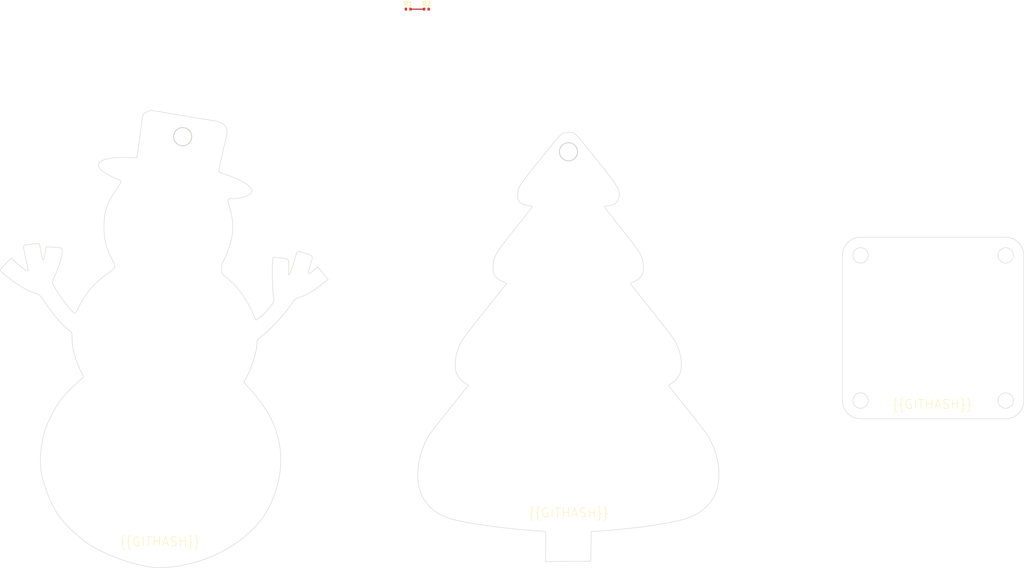
<source format=kicad_pcb>
(kicad_pcb (version 20221018) (generator pcbnew)
  (layers (0 "F.Cu" signal) (31 "B.Cu" signal) (34 "B.Paste" user) (35 "F.Paste" user) (36 "B.SilkS" user "B.Silkscreen") (37 "F.SilkS" user "F.Silkscreen") (38 "B.Mask" user) (39 "F.Mask" user) (44 "Edge.Cuts" user))
  (net 0 "")
  (net 1 "out")
  (net 2 "gnd")
  (net 3 "top")
  (footprint "lib:R0402" (layer "F.Cu") (at 129.9 27.5)
    (fp_text reference "R2" (at 0 -1.17) (layer "F.SilkS"))
    (fp_text value "Chip Resistor - Surface Mount 10Ohms ±5% 1/16W 0402 RoHS")
    (fp_line (start -0.153641 -0.38) (end 0.153641 -0.38) (stroke (width 0.12)) (layer "F.SilkS"))
    (fp_line (start -0.153641 0.38) (end 0.153641 0.38) (stroke (width 0.12)) (layer "F.SilkS"))
    (pad "1" smd roundrect (at -0.51 0) (size 0.54 0.64) (layers "F.Cu" "F.Paste" "F.Mask") (net 1 "out"))
    (pad "2" smd roundrect (at 0.51 0) (size 0.54 0.64) (layers "F.Cu" "F.Paste" "F.Mask") (net 2 "gnd"))
  )
  (footprint "lib:R0402" (layer "F.Cu") (at 125.89 27.5)
    (fp_text reference "R1" (at 0 -1.17) (layer "F.SilkS"))
    (fp_text value "Chip Resistor - Surface Mount 10Ohms ±5% 1/16W 0402 RoHS")
    (fp_line (start -0.153641 -0.38) (end 0.153641 -0.38) (stroke (width 0.12)) (layer "F.SilkS"))
    (fp_line (start -0.153641 0.38) (end 0.153641 0.38) (stroke (width 0.12)) (layer "F.SilkS"))
    (pad "1" smd roundrect (at -0.51 0) (size 0.54 0.64) (layers "F.Cu" "F.Paste" "F.Mask") (net 3 "top"))
    (pad "2" smd roundrect (at 0.51 0) (size 0.54 0.64) (layers "F.Cu" "F.Paste" "F.Mask") (net 1 "out"))
  )
  (gr_circle (center 225.62 81.79) (end 227.32 81.79) (stroke (width 0.1)) (fill none) (layer "Edge.Cuts"))
  (gr_circle (center 257.62 113.79) (end 259.32 113.79) (stroke (width 0.1)) (fill none) (layer "Edge.Cuts"))
  (gr_circle (center 257.62 81.79) (end 259.32 81.79) (stroke (width 0.1)) (fill none) (layer "Edge.Cuts"))
  (gr_poly (pts (xy 75.142222 50.797022) (xy 79.756606 51.568267) (xy 82.366969 51.99203) (xy 83.019066 52.095762) (xy 83.303876 52.146979) (xy 83.563537 52.198618) (xy 83.799806 52.251323) (xy 84.01444 52.305736) (xy 84.209196 52.362498) (xy 84.385831 52.422252) (xy 84.546102 52.485641) (xy 84.691766 52.553306) (xy 84.824581 52.62589) (xy 84.946303 52.704035) (xy 85.05869 52.788383) (xy 85.163499 52.879577) (xy 85.262486 52.978258) (xy 85.357409 53.08507) (xy 85.479286 53.234958) (xy 85.586233 53.378736) (xy 85.634185 53.44915) (xy 85.678498 53.519015) (xy 85.719202 53.588656) (xy 85.75633 53.658402) (xy 85.789911 53.728576) (xy 85.819976 53.799506) (xy 85.846558 53.871517) (xy 85.869686 53.944936) (xy 85.889392 54.020089) (xy 85.905707 54.097301) (xy 85.918662 54.176899) (xy 85.928287 54.259209) (xy 85.934615 54.344557) (xy 85.937675 54.433269) (xy 85.937499 54.525672) (xy 85.934119 54.62209) (xy 85.927564 54.722851) (xy 85.917866 54.82828) (xy 85.889166 55.054449) (xy 85.848266 55.303204) (xy 85.795414 55.577155) (xy 85.730859 55.878909) (xy 85.654849 56.211077) (xy 84.878546 59.55341) (xy 84.657875 60.550977) (xy 84.450892 61.532488) (xy 84.331406 62.116419) (xy 84.229648 62.629765) (xy 84.15639 63.017063) (xy 84.122409 63.222849) (xy 84.123062 63.236814) (xy 84.127967 63.251873) (xy 84.137065 63.268001) (xy 84.150302 63.285171) (xy 84.167619 63.303357) (xy 84.188962 63.322534) (xy 84.214273 63.342674) (xy 84.243497 63.363751) (xy 84.313454 63.408613) (xy 84.398381 63.456909) (xy 84.497828 63.50843) (xy 84.611342 63.562966) (xy 84.738473 63.620306) (xy 84.878767 63.680241) (xy 85.031775 63.742561) (xy 85.197043 63.807056) (xy 85.374121 63.873515) (xy 85.562558 63.94173) (xy 85.7619 64.011489) (xy 85.971698 64.082583) (xy 86.585981 64.296029) (xy 87.172975 64.516947) (xy 87.730729 64.744054) (xy 88.257293 64.976069) (xy 88.75072 65.211708) (xy 89.209058 65.449689) (xy 89.63036 65.68873) (xy 90.012676 65.927548) (xy 90.354056 66.16486) (xy 90.652552 66.399385) (xy 90.906214 66.629839) (xy 91.113092 66.85494) (xy 91.271238 67.073405) (xy 91.378702 67.283953) (xy 91.412819 67.385857) (xy 91.433535 67.485301) (xy 91.440605 67.582123) (xy 91.433787 67.676165) (xy 91.41712 67.753004) (xy 91.390362 67.829368) (xy 91.35383 67.905131) (xy 91.307839 67.980165) (xy 91.252707 68.054343) (xy 91.188749 68.12754) (xy 91.116281 68.199626) (xy 91.03562 68.270477) (xy 90.947082 68.339964) (xy 90.850984 68.407961) (xy 90.747641 68.47434) (xy 90.637371 68.538975) (xy 90.520488 68.601739) (xy 90.39731 68.662505) (xy 90.268153 68.721145) (xy 90.133332 68.777534) (xy 89.993165 68.831543) (xy 89.847967 68.883047) (xy 89.543745 68.978027) (xy 89.223197 69.06146) (xy 88.888852 69.132329) (xy 88.54324 69.189618) (xy 88.188892 69.232313) (xy 88.009232 69.24787) (xy 87.828337 69.259397) (xy 87.646523 69.266767) (xy 87.464106 69.269854) (xy 87.202959 69.272042) (xy 86.97453 69.277492) (xy 86.777472 69.288473) (xy 86.690288 69.296746) (xy 86.610443 69.307253) (xy 86.537768 69.320276) (xy 86.472096 69.3361) (xy 86.413258 69.355009) (xy 86.361087 69.377285) (xy 86.315414 69.403211) (xy 86.276071 69.433073) (xy 86.24289 69.467154) (xy 86.215703 69.505736) (xy 86.194342 69.549103) (xy 86.178638 69.59754) (xy 86.168424 69.65133) (xy 86.163532 69.710755) (xy 86.163793 69.776101) (xy 86.169039 69.847649) (xy 86.179102 69.925685) (xy 86.193814 70.010491) (xy 86.236514 70.20155) (xy 86.295792 70.423093) (xy 86.370304 70.677389) (xy 86.458705 70.966708) (xy 86.582128 71.384478) (xy 86.694998 71.803093) (xy 86.797211 72.221567) (xy 86.888665 72.638919) (xy 86.969257 73.054166) (xy 87.038885 73.466323) (xy 87.097447 73.874409) (xy 87.144838 74.277439) (xy 87.180958 74.674432) (xy 87.205702 75.064404) (xy 87.21897 75.446371) (xy 87.220657 75.819352) (xy 87.210662 76.182361) (xy 87.188881 76.534418) (xy 87.155212 76.874538) (xy 87.109553 77.201739) (xy 86.986123 77.871628) (xy 86.830027 78.558912) (xy 86.643845 79.255662) (xy 86.430157 79.953949) (xy 86.19154 80.645848) (xy 85.930575 81.323429) (xy 85.649841 81.978766) (xy 85.351916 82.60393) (xy 85.189192 82.938586) (xy 85.118752 83.093315) (xy 85.055229 83.240939) (xy 84.998352 83.382431) (xy 84.947849 83.518761) (xy 84.903447 83.650903) (xy 84.864875 83.779828) (xy 84.831859 83.906506) (xy 84.804129 84.031911) (xy 84.781412 84.157013) (xy 84.763435 84.282785) (xy 84.749927 84.410197) (xy 84.740615 84.540223) (xy 84.735228 84.673833) (xy 84.733493 84.811999) (xy 84.736223 85.129082) (xy 84.741369 85.261496) (xy 84.750575 85.379459) (xy 84.764997 85.485194) (xy 84.774524 85.534172) (xy 84.785789 85.580928) (xy 84.798934 85.625739) (xy 84.814106 85.668884) (xy 84.831447 85.710641) (xy 84.851104 85.751288) (xy 84.873219 85.791103) (xy 84.897937 85.830364) (xy 84.925403 85.869349) (xy 84.955761 85.908337) (xy 84.989155 85.947605) (xy 85.02573 85.987432) (xy 85.109 86.069873) (xy 85.206725 86.157886) (xy 85.320061 86.253696) (xy 85.598185 86.477602) (xy 86.096863 86.886277) (xy 86.577755 87.306529) (xy 87.04138 87.739064) (xy 87.488258 88.184586) (xy 87.918909 88.6438) (xy 88.333852 89.117412) (xy 88.733607 89.606125) (xy 89.118694 90.110646) (xy 89.489632 90.631678) (xy 89.846941 91.169927) (xy 90.19114 91.726098) (xy 90.52275 92.300895) (xy 90.84229 92.895024) (xy 91.150279 93.509189) (xy 91.447237 94.144095) (xy 91.733683 94.800448) (xy 91.84059 95.047283) (xy 91.945802 95.277558) (xy 92.046625 95.486234) (xy 92.140364 95.668271) (xy 92.224324 95.818627) (xy 92.295813 95.932265) (xy 92.326039 95.973739) (xy 92.352136 96.004143) (xy 92.373767 96.022848) (xy 92.382804 96.027616) (xy 92.390597 96.029223) (xy 92.399173 96.028006) (xy 92.410522 96.024397) (xy 92.441219 96.010237) (xy 92.482045 95.987221) (xy 92.53236 95.955824) (xy 92.591521 95.916524) (xy 92.658887 95.869798) (xy 92.815666 95.755976) (xy 92.997564 95.618173) (xy 93.199447 95.460204) (xy 93.416182 95.285885) (xy 93.642634 95.099032) (xy 93.891007 94.882848) (xy 94.141366 94.648628) (xy 94.390948 94.400061) (xy 94.636991 94.140836) (xy 94.87673 93.874641) (xy 95.107403 93.605164) (xy 95.326247 93.336095) (xy 95.530498 93.071122) (xy 95.717394 92.813933) (xy 95.884171 92.568218) (xy 96.028066 92.337665) (xy 96.146316 92.125962) (xy 96.236159 91.936798) (xy 96.294829 91.773863) (xy 96.311612 91.703383) (xy 96.319566 91.640844) (xy 96.318345 91.586706) (xy 96.307605 91.54143) (xy 96.264441 91.378418) (xy 96.221593 91.121805) (xy 96.138989 90.373142) (xy 96.064068 89.386161) (xy 96.001109 88.251583) (xy 95.954389 87.060129) (xy 95.928186 85.902519) (xy 95.926777 84.869474) (xy 95.95444 84.051714) (xy 96.07471 82.177477) (xy 97.36716 82.304781) (xy 98.13507 82.379263) (xy 98.441266 82.413109) (xy 98.700599 82.449744) (xy 98.916803 82.492956) (xy 99.009898 82.518212) (xy 99.09361 82.546534) (xy 99.168406 82.578395) (xy 99.234753 82.614268) (xy 99.293117 82.654627) (xy 99.343964 82.699946) (xy 99.387763 82.750698) (xy 99.424978 82.807357) (xy 99.456076 82.870396) (xy 99.481525 82.94029) (xy 99.501791 83.017511) (xy 99.51734 83.102533) (xy 99.536155 83.297877) (xy 99.541702 83.530109) (xy 99.537716 83.803018) (xy 99.51607 84.486025) (xy 99.501811 85.019341) (xy 99.495778 85.429631) (xy 99.49953 85.727933) (xy 99.505563 85.838537) (xy 99.514626 85.925284) (xy 99.526915 85.989553) (xy 99.542625 86.032723) (xy 99.551823 86.046828) (xy 99.56195 86.056175) (xy 99.573029 86.060938) (xy 99.585085 86.061289) (xy 99.612224 86.049443) (xy 99.643564 86.022019) (xy 99.679299 85.980395) (xy 99.719623 85.925951) (xy 99.770963 85.835961) (xy 99.83738 85.6921) (xy 100.00736 85.267042) (xy 100.213404 84.699332) (xy 100.439353 84.037526) (xy 100.669049 83.330178) (xy 100.886332 82.625845) (xy 101.075044 81.973082) (xy 101.219027 81.420443) (xy 101.232451 81.367288) (xy 101.246658 81.317349) (xy 101.261814 81.270604) (xy 101.278084 81.227032) (xy 101.295634 81.186611) (xy 101.314631 81.149321) (xy 101.33524 81.115138) (xy 101.357628 81.084043) (xy 101.381959 81.056013) (xy 101.4084 81.031027) (xy 101.437117 81.009064) (xy 101.468275 80.990102) (xy 101.502041 80.974119) (xy 101.538581 80.961095) (xy 101.578059 80.951007) (xy 101.620643 80.943835) (xy 101.666497 80.939556) (xy 101.715788 80.938149) (xy 101.768682 80.939594) (xy 101.825345 80.943867) (xy 101.885942 80.950949) (xy 101.950639 80.960817) (xy 102.019603 80.97345) (xy 102.092998 80.988826) (xy 102.170992 81.006924) (xy 102.253749 81.027723) (xy 102.434219 81.077337) (xy 102.635734 81.137495) (xy 102.859622 81.208025) (xy 103.581471 81.438726) (xy 103.868146 81.535185) (xy 104.108644 81.625316) (xy 104.212356 81.669476) (xy 104.305459 81.713816) (xy 104.388264 81.758923) (xy 104.461082 81.805384) (xy 104.524226 81.853787) (xy 104.578006 81.904719) (xy 104.622735 81.958768) (xy 104.658725 82.01652) (xy 104.686285 82.078563) (xy 104.705729 82.145484) (xy 104.717368 82.217871) (xy 104.721513 82.296311) (xy 104.718476 82.381392) (xy 104.708568 82.4737) (xy 104.692102 82.573823) (xy 104.669388 82.682348) (xy 104.606464 82.926954) (xy 104.522289 83.212218) (xy 104.300158 83.92351) (xy 104.076968 84.658354) (xy 103.993442 84.95378) (xy 103.929762 85.203046) (xy 103.886777 85.407528) (xy 103.865337 85.568604) (xy 103.862962 85.633296) (xy 103.866292 85.687652) (xy 103.875434 85.731846) (xy 103.890492 85.766049) (xy 103.911574 85.790433) (xy 103.938786 85.805172) (xy 103.972234 85.810436) (xy 104.012025 85.806398) (xy 104.058263 85.79323) (xy 104.111056 85.771105) (xy 104.236732 85.700671) (xy 104.3899 85.596472) (xy 104.571411 85.459887) (xy 105.02286 85.095065) (xy 105.918216 84.355181) (xy 106.388476 84.86751) (xy 106.496975 84.987739) (xy 106.625318 85.133369) (xy 106.92254 85.478508) (xy 107.242155 85.858286) (xy 107.546176 86.22806) (xy 108.2336 87.076296) (xy 106.72333 88.254687) (xy 106.031007 88.783192) (xy 105.392025 89.245391) (xy 105.089314 89.453516) (xy 104.796071 89.647331) (xy 104.511007 89.827593) (xy 104.232833 89.995056) (xy 103.960259 90.150478) (xy 103.691998 90.294613) (xy 103.426759 90.428217) (xy 103.163254 90.552046) (xy 102.900193 90.666855) (xy 102.636288 90.773401) (xy 102.370249 90.872439) (xy 102.100787 90.964724) (xy 101.955978 91.013649) (xy 101.818902 91.062832) (xy 101.689432 91.112348) (xy 101.567439 91.162273) (xy 101.452795 91.212683) (xy 101.345371 91.263651) (xy 101.245039 91.315254) (xy 101.151671 91.367567) (xy 101.065138 91.420665) (xy 100.985313 91.474624) (xy 100.912065 91.529517) (xy 100.845269 91.585421) (xy 100.784794 91.642412) (xy 100.730512 91.700563) (xy 100.682296 91.759951) (xy 100.640017 91.82065) (xy 100.313962 92.312951) (xy 99.958065 92.82026) (xy 99.575318 93.339289) (xy 99.168711 93.866747) (xy 98.741234 94.399346) (xy 98.295878 94.933795) (xy 97.835635 95.466804) (xy 97.363494 95.995083) (xy 96.882446 96.515343) (xy 96.395482 97.024295) (xy 95.905593 97.518647) (xy 95.415769 97.995111) (xy 94.929002 98.450396) (xy 94.44828 98.881213) (xy 93.976596 99.284272) (xy 93.51694 99.656283) (xy 93.364132 99.777198) (xy 93.228349 99.887118) (xy 93.108601 99.987555) (xy 93.003899 100.080022) (xy 92.913256 100.166032) (xy 92.835682 100.247098) (xy 92.770188 100.324733) (xy 92.741662 100.362737) (xy 92.715786 100.40045) (xy 92.692435 100.438062) (xy 92.671487 100.475762) (xy 92.652817 100.513738) (xy 92.636302 100.552181) (xy 92.621819 100.591279) (xy 92.609244 100.631221) (xy 92.589322 100.714395) (xy 92.575548 100.803215) (xy 92.566934 100.899195) (xy 92.56249 101.003847) (xy 92.561229 101.118685) (xy 92.548214 101.459191) (xy 92.510172 101.840399) (xy 92.448603 102.257479) (xy 92.365007 102.705605) (xy 92.260885 103.179948) (xy 92.137739 103.675679) (xy 91.997068 104.187971) (xy 91.840373 104.711996) (xy 91.669155 105.242926) (xy 91.484915 105.775933) (xy 91.289154 106.306188) (xy 91.083372 106.828864) (xy 90.86907 107.339132) (xy 90.647749 107.832164) (xy 90.420909 108.303133) (xy 90.190051 108.74721) (xy 89.658061 109.729433) (xy 90.799319 111.025652) (xy 91.552256 111.894452) (xy 92.247519 112.726345) (xy 92.887901 113.52649) (xy 93.476195 114.300047) (xy 94.015193 115.052178) (xy 94.507688 115.788042) (xy 94.956473 116.5128) (xy 95.364341 117.231612) (xy 95.734083 117.949638) (xy 96.068493 118.672038) (xy 96.370364 119.403974) (xy 96.642488 120.150605) (xy 96.887657 120.917091) (xy 97.108665 121.708593) (xy 97.308304 122.530271) (xy 97.489367 123.387286) (xy 97.659586 124.435519) (xy 97.764545 125.512723) (xy 97.805707 126.613102) (xy 97.784533 127.73086) (xy 97.702485 128.860202) (xy 97.561026 129.995332) (xy 97.361618 131.130454) (xy 97.105722 132.259774) (xy 96.794801 133.377494) (xy 96.430316 134.47782) (xy 96.01373 135.554956) (xy 95.546505 136.603107) (xy 95.030102 137.616476) (xy 94.465984 138.589268) (xy 93.855613 139.515689) (xy 93.20045 140.389941) (xy 92.386005 141.350273) (xy 91.510226 142.273552) (xy 90.576227 143.158109) (xy 89.587122 144.002278) (xy 88.546024 144.80439) (xy 87.456048 145.562779) (xy 86.320308 146.275777) (xy 85.141916 146.941716) (xy 83.923988 147.558929) (xy 82.669636 148.125749) (xy 81.381976 148.640508) (xy 80.06412 149.101539) (xy 78.719182 149.507174) (xy 77.350277 149.855747) (xy 75.960518 150.145589) (xy 74.553019 150.375033) (xy 73.862872 150.459306) (xy 73.131633 150.525975) (xy 72.383923 150.574372) (xy 71.644361 150.603827) (xy 70.93757 150.613671) (xy 70.288169 150.603235) (xy 69.720779 150.57185) (xy 69.475532 150.548093) (xy 69.26002 150.518847) (xy 69.260051 150.518832) (xy 67.831835 150.262486) (xy 66.416949 149.953785) (xy 65.016193 149.592984) (xy 63.630368 149.180338) (xy 62.260274 148.716103) (xy 60.90671 148.200532) (xy 59.570477 147.633881) (xy 58.252375 147.016405) (xy 57.283074 146.528505) (xy 56.847829 146.298277) (xy 56.438641 146.072324) (xy 56.050351 145.846994) (xy 55.6778 145.618633) (xy 55.315827 145.383588) (xy 54.959273 145.138205) (xy 54.602979 144.87883) (xy 54.241783 144.601811) (xy 53.870528 144.303492) (xy 53.484054 143.980222) (xy 52.644807 143.244211) (xy 51.682765 142.36455) (xy 51.097036 141.804159) (xy 50.54538 141.238954) (xy 50.025658 140.665073) (xy 49.535731 140.078649) (xy 49.07346 139.475819) (xy 48.636705 138.852719) (xy 48.223328 138.205483) (xy 47.831189 137.530249) (xy 47.458149 136.823151) (xy 47.10207 136.080325) (xy 46.760812 135.297907) (xy 46.432236 134.472032) (xy 46.114202 133.598836) (xy 45.804573 132.674455) (xy 45.501208 131.695024) (xy 45.201968 130.656679) (xy 45.078569 130.147371) (xy 44.978794 129.594224) (xy 44.90231 129.00242) (xy 44.848785 128.377144) (xy 44.817886 127.723579) (xy 44.809281 127.046907) (xy 44.822637 126.352311) (xy 44.857621 125.644974) (xy 44.913901 124.93008) (xy 44.991145 124.212811) (xy 45.089019 123.498351) (xy 45.207191 122.791883) (xy 45.345328 122.098589) (xy 45.503099 121.423652) (xy 45.68017 120.772256) (xy 45.876208 120.149584) (xy 46.005143 119.787909) (xy 46.154924 119.401263) (xy 46.508073 118.570286) (xy 46.917749 117.69111) (xy 47.366047 116.79819) (xy 47.83506 115.92598) (xy 48.306883 115.108937) (xy 48.76361 114.381515) (xy 48.980717 114.062179) (xy 49.187335 113.77817) (xy 49.387433 113.519297) (xy 49.599256 113.255538) (xy 50.056372 112.715109) (xy 50.555279 112.160374) (xy 51.092575 111.594824) (xy 51.664855 111.021952) (xy 52.268718 110.445248) (xy 52.900758 109.868205) (xy 53.557574 109.294314) (xy 54.329783 108.634142) (xy 53.616031 107.110232) (xy 53.390001 106.6154) (xy 53.179365 106.128819) (xy 52.984012 105.650049) (xy 52.803829 105.178652) (xy 52.638704 104.71419) (xy 52.488525 104.256224) (xy 52.353181 103.804315) (xy 52.232559 103.358025) (xy 52.126547 102.916915) (xy 52.035034 102.480548) (xy 51.957906 102.048484) (xy 51.895053 101.620284) (xy 51.846363 101.195511) (xy 51.811722 100.773726) (xy 51.79102 100.35449) (xy 51.784144 99.937365) (xy 51.780657 99.620612) (xy 51.776007 99.482669) (xy 51.769161 99.357285) (xy 51.759927 99.243666) (xy 51.748111 99.141014) (xy 51.733519 99.048534) (xy 51.715958 98.96543) (xy 51.695233 98.890904) (xy 51.671153 98.824161) (xy 51.643523 98.764406) (xy 51.612149 98.71084) (xy 51.576839 98.662669) (xy 51.537399 98.619096) (xy 51.493635 98.579325) (xy 51.445353 98.542559) (xy 51.149902 98.324092) (xy 50.839064 98.073347) (xy 50.514896 97.792628) (xy 50.179453 97.484238) (xy 49.834791 97.150482) (xy 49.482966 96.793665) (xy 49.126033 96.41609) (xy 48.766047 96.020062) (xy 48.405065 95.607885) (xy 48.045142 95.181864) (xy 47.688333 94.744302) (xy 47.336694 94.297504) (xy 46.992281 93.843774) (xy 46.657149 93.385417) (xy 46.333354 92.924737) (xy 46.022952 92.464037) (xy 45.611719 91.844971) (xy 45.279782 91.362091) (xy 45.137757 91.165551) (xy 45.008606 90.995655) (xy 44.89001 90.849933) (xy 44.779654 90.725918) (xy 44.675221 90.621143) (xy 44.574392 90.533138) (xy 44.474852 90.459437) (xy 44.374284 90.397571) (xy 44.27037 90.345073) (xy 44.160793 90.299474) (xy 44.043237 90.258307) (xy 43.915385 90.219103) (xy 43.593888 90.117525) (xy 43.255864 89.996009) (xy 42.903268 89.855657) (xy 42.538058 89.697573) (xy 42.162189 89.522858) (xy 41.777618 89.332616) (xy 41.386301 89.127951) (xy 40.990194 88.909964) (xy 40.591254 88.679759) (xy 40.191438 88.438438) (xy 39.792701 88.187105) (xy 39.396999 87.926862) (xy 39.00629 87.658812) (xy 38.622529 87.384058) (xy 38.247673 87.103703) (xy 37.883677 86.81885) (xy 37.49456 86.502783) (xy 37.131548 86.199554) (xy 36.802586 85.916398) (xy 36.515619 85.660548) (xy 36.278593 85.439239) (xy 36.099452 85.259705) (xy 36.034071 85.187865) (xy 35.986141 85.129182) (xy 35.956654 85.08456) (xy 35.946605 85.054903) (xy 35.948192 85.042433) (xy 35.952903 85.026953) (xy 35.971384 84.987332) (xy 36.001425 84.936776) (xy 36.042403 84.876021) (xy 36.093695 84.805804) (xy 36.154681 84.726859) (xy 36.224736 84.639924) (xy 36.303239 84.545735) (xy 36.389567 84.445026) (xy 36.483097 84.338536) (xy 36.689276 84.11115) (xy 36.916796 83.869466) (xy 37.037003 83.745102) (xy 37.160678 83.619372) (xy 38.374759 82.395922) (xy 39.365809 83.301684) (xy 39.814301 83.698656) (xy 40.266196 84.075272) (xy 40.704205 84.419302) (xy 41.111041 84.718514) (xy 41.469414 84.960676) (xy 41.625024 85.056541) (xy 41.762035 85.133557) (xy 41.878286 85.190195) (xy 41.971615 85.224926) (xy 42.039863 85.236222) (xy 42.063905 85.232603) (xy 42.080867 85.222552) (xy 42.085566 85.215268) (xy 42.089233 85.203934) (xy 42.093537 85.169549) (xy 42.093921 85.120268) (xy 42.090523 85.056964) (xy 42.083485 84.98051) (xy 42.072948 84.891778) (xy 42.059051 84.79164) (xy 42.041937 84.68097) (xy 41.998614 84.43152) (xy 41.944105 84.150408) (xy 41.879534 83.844615) (xy 41.806025 83.52112) (xy 41.578977 82.541169) (xy 41.399614 81.732306) (xy 41.265507 81.079136) (xy 41.174225 80.56626) (xy 41.123338 80.17828) (xy 41.112283 80.026315) (xy 41.110416 79.899799) (xy 41.117432 79.796809) (xy 41.133029 79.71542) (xy 41.156901 79.653706) (xy 41.188746 79.609743) (xy 41.213078 79.592846) (xy 41.252556 79.575085) (xy 41.372962 79.537437) (xy 41.541984 79.497733) (xy 41.751641 79.456905) (xy 42.26094 79.37561) (xy 42.837013 79.301016) (xy 43.416018 79.240586) (xy 43.934111 79.201782) (xy 44.150364 79.192822) (xy 44.327447 79.192067) (xy 44.45738 79.20045) (xy 44.532183 79.218905) (xy 44.538527 79.223215) (xy 44.545097 79.229471) (xy 44.551878 79.23762) (xy 44.558855 79.247608) (xy 44.573336 79.272888) (xy 44.588416 79.304879) (xy 44.603974 79.343154) (xy 44.619887 79.387282) (xy 44.636031 79.436835) (xy 44.652284 79.491383) (xy 44.668525 79.550496) (xy 44.684629 79.613746) (xy 44.700475 79.680703) (xy 44.715939 79.750937) (xy 44.7309 79.82402) (xy 44.745234 79.899521) (xy 44.75882 79.977012) (xy 44.771533 80.056063) (xy 44.946351 81.130774) (xy 45.025944 81.564983) (xy 45.101061 81.931234) (xy 45.172253 82.230134) (xy 45.24007 82.462288) (xy 45.305063 82.628302) (xy 45.336673 82.686696) (xy 45.367783 82.728781) (xy 45.398463 82.754634) (xy 45.428781 82.764331) (xy 45.458807 82.757947) (xy 45.488608 82.735557) (xy 45.518254 82.697238) (xy 45.547814 82.643066) (xy 45.606951 82.487462) (xy 45.666568 82.269351) (xy 45.727218 81.98934) (xy 45.78945 81.648032) (xy 45.853816 81.246035) (xy 46.055377 79.918581) (xy 47.417926 79.96628) (xy 48.109143 79.993687) (xy 48.392021 80.009194) (xy 48.636741 80.027435) (xy 48.846051 80.049559) (xy 49.022696 80.076715) (xy 49.169424 80.110051) (xy 49.288982 80.150717) (xy 49.339431 80.174158) (xy 49.384117 80.199861) (xy 49.423385 80.227972) (xy 49.457577 80.258632) (xy 49.487036 80.291987) (xy 49.512107 80.32818) (xy 49.533132 80.367353) (xy 49.550455 80.409652) (xy 49.575367 80.504197) (xy 49.589592 80.612965) (xy 49.595876 80.737105) (xy 49.596965 80.877764) (xy 49.590289 81.099803) (xy 49.571905 81.336737) (xy 49.542029 81.587807) (xy 49.500879 81.852253) (xy 49.448672 82.129318) (xy 49.385623 82.418243) (xy 49.311951 82.718269) (xy 49.227873 83.028637) (xy 49.133604 83.34859) (xy 49.029362 83.677367) (xy 48.915364 84.014212) (xy 48.791827 84.358364) (xy 48.658967 84.709065) (xy 48.517002 85.065558) (xy 48.366148 85.427082) (xy 48.206622 85.792879) (xy 47.949769 86.374791) (xy 47.755997 86.832451) (xy 47.68104 87.021721) (xy 47.619784 87.188367) (xy 47.571537 87.335205) (xy 47.535609 87.465048) (xy 47.511311 87.580709) (xy 47.497952 87.685002) (xy 47.494842 87.78074) (xy 47.501291 87.870737) (xy 47.516609 87.957807) (xy 47.540106 88.044763) (xy 47.571091 88.134418) (xy 47.608874 88.229586) (xy 47.761079 88.551834) (xy 47.975096 88.939463) (xy 48.241913 89.380584) (xy 48.55252 89.863307) (xy 49.269066 90.905997) (xy 50.052651 91.972411) (xy 50.831193 92.967426) (xy 51.196047 93.408433) (xy 51.532609 93.795921) (xy 51.831869 94.117998) (xy 52.084818 94.362774) (xy 52.282443 94.518359) (xy 52.357694 94.558989) (xy 52.415736 94.572863) (xy 52.426811 94.571375) (xy 52.439084 94.56696) (xy 52.452509 94.559691) (xy 52.467041 94.549641) (xy 52.482633 94.536883) (xy 52.499239 94.521489) (xy 52.516813 94.503532) (xy 52.535309 94.483086) (xy 52.574881 94.435018) (xy 52.617586 94.377866) (xy 52.663055 94.312214) (xy 52.710918 94.238646) (xy 52.760808 94.157745) (xy 52.812354 94.070093) (xy 52.865187 93.976276) (xy 52.918939 93.876875) (xy 52.97324 93.772474) (xy 53.02772 93.663657) (xy 53.082012 93.551007) (xy 53.135745 93.435107) (xy 53.405424 92.869327) (xy 53.69623 92.311615) (xy 54.007442 91.76282) (xy 54.338342 91.223792) (xy 54.688208 90.695381) (xy 55.05632 90.178436) (xy 55.441958 89.673808) (xy 55.844402 89.182347) (xy 56.262932 88.704901) (xy 56.696828 88.242322) (xy 57.145369 87.795459) (xy 57.607836 87.365163) (xy 58.083508 86.952281) (xy 58.571665 86.557666) (xy 59.071586 86.182166) (xy 59.582553 85.826632) (xy 59.914962 85.598282) (xy 60.214172 85.3804) (xy 60.477869 85.17504) (xy 60.595674 85.077698) (xy 60.703732 84.984257) (xy 60.801753 84.894974) (xy 60.889447 84.810106) (xy 60.966524 84.72991) (xy 61.032694 84.654642) (xy 61.087669 84.584559) (xy 61.131158 84.519919) (xy 61.162872 84.460977) (xy 61.182521 84.407992) (xy 61.189444 84.378526) (xy 61.194656 84.347449) (xy 61.198136 84.314702) (xy 61.199864 84.280227) (xy 61.197977 84.205863) (xy 61.188829 84.123892) (xy 61.172254 84.033852) (xy 61.148084 83.935279) (xy 61.116154 83.82771) (xy 61.076297 83.71068) (xy 61.028345 83.583727) (xy 60.972134 83.446388) (xy 60.907495 83.298197) (xy 60.834263 83.138693) (xy 60.75227 82.967412) (xy 60.661351 82.783889) (xy 60.561339 82.587662) (xy 60.452067 82.378268) (xy 60.237971 81.961359) (xy 60.041673 81.555601) (xy 59.862568 81.158484) (xy 59.700049 80.767498) (xy 59.553508 80.380135) (xy 59.422339 79.993885) (xy 59.305935 79.60624) (xy 59.203689 79.21469) (xy 59.114995 78.816725) (xy 59.039245 78.409838) (xy 58.975833 77.991518) (xy 58.924151 77.559256) (xy 58.883594 77.110544) (xy 58.853553 76.642872) (xy 58.833423 76.153731) (xy 58.822596 75.640612) (xy 58.82378 75.019765) (xy 58.843433 74.425285) (xy 58.882591 73.854032) (xy 58.942291 73.302869) (xy 59.023569 72.768658) (xy 59.127459 72.248262) (xy 59.255 71.738542) (xy 59.407225 71.236361) (xy 59.585172 70.73858) (xy 59.789877 70.242062) (xy 60.022374 69.743669) (xy 60.283701 69.240263) (xy 60.574893 68.728705) (xy 60.896986 68.205859) (xy 61.251015 67.668586) (xy 61.638018 67.113749) (xy 61.84244 66.825076) (xy 62.020375 66.566593) (xy 62.17201 66.336298) (xy 62.29753 66.132187) (xy 62.397121 65.95226) (xy 62.470968 65.794512) (xy 62.498296 65.72333) (xy 62.519258 65.656942) (xy 62.533877 65.595098) (xy 62.542176 65.537547) (xy 62.544179 65.484039) (xy 62.539908 65.434323) (xy 62.529387 65.388151) (xy 62.512639 65.34527) (xy 62.489688 65.305431) (xy 62.460556 65.268384) (xy 62.425267 65.233878) (xy 62.383844 65.201662) (xy 62.33631 65.171487) (xy 62.282689 65.143103) (xy 62.157276 65.090703) (xy 62.007792 65.042459) (xy 61.834422 64.996371) (xy 61.657986 64.943069) (xy 61.445562 64.862593) (xy 61.203024 64.758325) (xy 60.93625 64.633653) (xy 60.353499 64.336631) (xy 59.744319 63.998608) (xy 59.155721 63.646664) (xy 58.634716 63.307879) (xy 58.414252 63.151884) (xy 58.228316 63.009334) (xy 58.082783 62.883614) (xy 57.983531 62.778109) (xy 57.869943 62.622242) (xy 57.777351 62.470362) (xy 57.705558 62.322559) (xy 57.654369 62.178917) (xy 57.623588 62.039526) (xy 57.613018 61.904471) (xy 57.622463 61.773839) (xy 57.651728 61.647718) (xy 57.700616 61.526195) (xy 57.768931 61.409356) (xy 57.856477 61.297289) (xy 57.963058 61.190081) (xy 58.088479 61.087819) (xy 58.232542 60.99059) (xy 58.395052 60.89848) (xy 58.575812 60.811578) (xy 58.774627 60.72997) (xy 58.991301 60.653743) (xy 59.225638 60.582984) (xy 59.477441 60.51778) (xy 59.746514 60.458218) (xy 60.032661 60.404385) (xy 60.335687 60.356369) (xy 60.655395 60.314256) (xy 60.991589 60.278134) (xy 61.344073 60.248089) (xy 61.712651 60.224208) (xy 62.097127 60.20658) (xy 62.497305 60.195289) (xy 62.912988 60.190424) (xy 63.343981 60.192072) (xy 63.790088 60.20032) (xy 66.056857 60.258219) (xy 66.273486 58.80189) (xy 66.542465 56.891029) (xy 66.884944 54.341891) (xy 67.190183 52.053843) (xy 67.248082 51.679802) (xy 67.303557 51.37005) (xy 67.359078 51.117137) (xy 67.417116 50.913616) (xy 67.48014 50.752035) (xy 67.55062 50.624945) (xy 67.631027 50.524898) (xy 67.72383 50.444442) (xy 67.831501 50.37613) (xy 67.956508 50.312512) (xy 68.268412 50.169558) (xy 69.100734 49.778315)) (stroke (width 0.1)) (fill none) (layer "Edge.Cuts"))
  (gr_arc (start 261.62 113.79) (mid 260.448427 116.618427) (end 257.62 117.79) (stroke (width 0.1)) (layer "Edge.Cuts"))
  (gr_arc (start 225.62 117.79) (mid 222.791573 116.618427) (end 221.62 113.79) (stroke (width 0.1)) (layer "Edge.Cuts"))
  (gr_line (start 261.62 113.79) (end 261.62 81.79) (stroke (width 0.1)) (layer "Edge.Cuts"))
  (gr_circle (center 161.229974 58.946031) (end 163.229974 58.946031) (stroke (width 0.2)) (fill none) (layer "Edge.Cuts"))
  (gr_line (start 221.62 81.79) (end 221.62 113.79) (stroke (width 0.1)) (layer "Edge.Cuts"))
  (gr_arc (start 257.62 77.79) (mid 260.448427 78.961573) (end 261.62 81.79) (stroke (width 0.1)) (layer "Edge.Cuts"))
  (gr_poly (pts (xy 161.429183 54.643361) (xy 161.588699 54.648976) (xy 161.743405 54.660128) (xy 161.8913 54.67685) (xy 162.030385 54.699174) (xy 162.158659 54.727132) (xy 162.274122 54.760758) (xy 162.374774 54.800082) (xy 162.418214 54.822065) (xy 162.465501 54.850416) (xy 162.517128 54.885713) (xy 162.573587 54.928531) (xy 162.702967 55.039035) (xy 162.857578 55.186538) (xy 163.041357 55.37565) (xy 163.258241 55.610981) (xy 163.512165 55.897139) (xy 163.807067 56.238735) (xy 164.146884 56.640378) (xy 164.53555 57.106678) (xy 164.977005 57.642244) (xy 165.475183 58.251687) (xy 166.657456 59.710639) (xy 168.113864 61.520411) (xy 169.490282 63.25197) (xy 170.562092 64.650979) (xy 170.993296 65.243203) (xy 171.359779 65.7732) (xy 171.665351 66.247941) (xy 171.913823 66.674396) (xy 172.109006 67.059535) (xy 172.254708 67.41033) (xy 172.354741 67.733749) (xy 172.412915 68.036764) (xy 172.433041 68.326344) (xy 172.418927 68.609461) (xy 172.374385 68.893084) (xy 172.303226 69.184183) (xy 172.274597 69.278158) (xy 172.242 69.369887) (xy 172.205507 69.459324) (xy 172.165188 69.546423) (xy 172.121114 69.631137) (xy 172.073357 69.713419) (xy 172.021987 69.793223) (xy 171.967076 69.870502) (xy 171.908694 69.945208) (xy 171.846914 70.017296) (xy 171.781806 70.08672) (xy 171.71344 70.153431) (xy 171.641889 70.217383) (xy 171.567223 70.278531) (xy 171.489513 70.336826) (xy 171.408831 70.392223) (xy 171.325247 70.444674) (xy 171.238833 70.494134) (xy 171.14966 70.540554) (xy 171.057799 70.58389) (xy 170.96332 70.624093) (xy 170.866295 70.661118) (xy 170.766796 70.694917) (xy 170.664893 70.725444) (xy 170.560657 70.752652) (xy 170.45416 70.776495) (xy 170.345472 70.796926) (xy 170.234664 70.813898) (xy 170.121809 70.827364) (xy 170.006976 70.837278) (xy 169.890237 70.843593) (xy 169.771663 70.846262) (xy 169.726607 70.847177) (xy 169.681188 70.849133) (xy 169.590479 70.855957) (xy 169.501974 70.8663) (xy 169.418107 70.879728) (xy 169.378675 70.887463) (xy 169.341315 70.895806) (xy 169.306334 70.904703) (xy 169.274034 70.9141) (xy 169.244721 70.923942) (xy 169.218699 70.934176) (xy 169.196272 70.944746) (xy 169.177745 70.955599) (xy 169.171643 70.965792) (xy 169.172154 70.983757) (xy 169.17922 71.009417) (xy 169.192785 71.042693) (xy 169.239181 71.131786) (xy 169.310885 71.250417) (xy 169.407439 71.397965) (xy 169.528385 71.573811) (xy 169.673265 71.777334) (xy 169.841623 72.007915) (xy 170.246938 72.547768) (xy 170.740668 73.18841) (xy 171.319154 73.924882) (xy 171.978732 74.752222) (xy 174.641332 78.093405) (xy 175.537111 79.246786) (xy 176.200008 80.134787) (xy 176.673118 80.816979) (xy 176.99954 81.352933) (xy 177.222371 81.802218) (xy 177.384708 82.224406) (xy 177.462833 82.472098) (xy 177.531331 82.72855) (xy 177.59016 82.991701) (xy 177.639284 83.259489) (xy 177.678662 83.529854) (xy 177.708257 83.800735) (xy 177.728028 84.070071) (xy 177.737937 84.335802) (xy 177.737946 84.595867) (xy 177.728014 84.848205) (xy 177.708104 85.090755) (xy 177.678176 85.321456) (xy 177.638191 85.538248) (xy 177.588111 85.739069) (xy 177.527896 85.92186) (xy 177.457507 86.084559) (xy 177.391656 86.207668) (xy 177.318059 86.327563) (xy 177.236853 86.444134) (xy 177.148173 86.557272) (xy 177.052156 86.666869) (xy 176.948938 86.772814) (xy 176.838657 86.874999) (xy 176.721448 86.973315) (xy 176.597448 87.067652) (xy 176.466794 87.157903) (xy 176.32962 87.243956) (xy 176.186065 87.325705) (xy 176.036265 87.403039) (xy 175.880355 87.475849) (xy 175.718473 87.544027) (xy 175.550754 87.607462) (xy 175.482045 87.632835) (xy 175.415483 87.658969) (xy 175.351405 87.685667) (xy 175.290146 87.712731) (xy 175.23204 87.739963) (xy 175.177423 87.767164) (xy 175.126631 87.794136) (xy 175.079997 87.820681) (xy 175.037859 87.846601) (xy 175.00055 87.871698) (xy 174.968407 87.895773) (xy 174.941764 87.918629) (xy 174.920956 87.940066) (xy 174.90632 87.959888) (xy 174.898189 87.977896) (xy 174.896668 87.986157) (xy 174.8969 87.993891) (xy 174.922027 88.037315) (xy 174.991394 88.135797) (xy 175.25375 88.486297) (xy 176.209258 89.720013) (xy 177.617844 91.508896) (xy 179.333926 93.666804) (xy 181.092323 95.879526) (xy 182.616098 97.817656) (xy 183.742073 99.272256) (xy 184.307071 100.034388) (xy 184.515284 100.360502) (xy 184.7117 100.694247) (xy 184.896111 101.034954) (xy 185.068309 101.381957) (xy 185.228084 101.734588) (xy 185.375229 102.092181) (xy 185.509535 102.454068) (xy 185.630794 102.819582) (xy 185.738797 103.188056) (xy 185.833335 103.558822) (xy 185.914201 103.931214) (xy 185.981186 104.304563) (xy 186.034081 104.678204) (xy 186.072678 105.051468) (xy 186.096768 105.423689) (xy 186.106143 105.794199) (xy 186.105091 106.172735) (xy 186.095928 106.491761) (xy 186.087599 106.633067) (xy 186.076394 106.764426) (xy 186.062032 106.887483) (xy 186.044229 107.003882) (xy 186.022703 107.115265) (xy 185.997171 107.223277) (xy 185.967351 107.329562) (xy 185.932961 107.435763) (xy 185.893716 107.543524) (xy 185.849336 107.654488) (xy 185.744037 107.892603) (xy 185.654537 108.079442) (xy 185.563285 108.257402) (xy 185.469989 108.426825) (xy 185.374358 108.588053) (xy 185.276102 108.741425) (xy 185.174928 108.887283) (xy 185.070547 109.025968) (xy 184.962667 109.15782) (xy 184.850997 109.283181) (xy 184.735246 109.402392) (xy 184.615122 109.515794) (xy 184.490336 109.623727) (xy 184.360596 109.726532) (xy 184.22561 109.824551) (xy 184.085088 109.918125) (xy 183.938739 110.007593) (xy 183.810996 110.084401) (xy 183.691836 110.159793) (xy 183.583867 110.231854) (xy 183.489696 110.298666) (xy 183.41193 110.358313) (xy 183.380014 110.384851) (xy 183.353176 110.408878) (xy 183.331744 110.430155) (xy 183.316042 110.448443) (xy 183.306397 110.463502) (xy 183.303947 110.469746) (xy 183.303134 110.475092) (xy 183.318272 110.503511) (xy 183.362609 110.567965) (xy 183.532916 110.797359) (xy 183.802115 111.148045) (xy 184.158269 111.604794) (xy 185.08369 112.775559) (xy 186.213672 114.187815) (xy 189.362188 118.120691) (xy 190.402126 119.447898) (xy 191.169656 120.462983) (xy 191.727633 121.251467) (xy 192.13891 121.898876) (xy 192.466342 122.490732) (xy 192.772785 123.112559) (xy 193.051147 123.726705) (xy 193.303988 124.346147) (xy 193.531154 124.969731) (xy 193.732492 125.596305) (xy 193.907848 126.224716) (xy 194.05707 126.853811) (xy 194.180003 127.482437) (xy 194.276494 128.109442) (xy 194.346391 128.733673) (xy 194.389538 129.353977) (xy 194.405784 129.969202) (xy 194.394974 130.578194) (xy 194.356955 131.1798) (xy 194.291575 131.772869) (xy 194.198678 132.356247) (xy 194.078113 132.928782) (xy 193.929544 133.476781) (xy 193.74781 134.009233) (xy 193.533455 134.525547) (xy 193.287022 135.025131) (xy 193.009057 135.507395) (xy 192.700103 135.971748) (xy 192.360704 136.4176) (xy 191.991405 136.844359) (xy 191.592749 137.251434) (xy 191.165282 137.638235) (xy 190.709547 138.004171) (xy 190.226087 138.348651) (xy 189.715449 138.671084) (xy 189.178175 138.970879) (xy 188.61481 139.247446) (xy 188.025897 139.500193) (xy 187.387382 139.730873) (xy 186.62691 139.962173) (xy 185.752713 140.192844) (xy 184.773022 140.421641) (xy 182.530085 140.868622) (xy 179.96395 141.293139) (xy 177.140466 141.685214) (xy 174.125485 142.034872) (xy 170.984858 142.332135) (xy 167.784435 142.567026) (xy 166.231372 142.664027) (xy 166.19247 145.936793) (xy 166.153667 149.209559) (xy 161.14812 149.247553) (xy 156.142551 149.285548) (xy 156.211231 145.955256) (xy 156.23825 144.264273) (xy 156.238691 143.682086) (xy 156.22939 143.24944) (xy 156.209575 142.946836) (xy 156.195482 142.838207) (xy 156.178471 142.754778) (xy 156.158445 142.69411) (xy 156.135307 142.653767) (xy 156.108961 142.631312) (xy 156.079311 142.624308) (xy 155.214992 142.57575) (xy 153.588337 142.458798) (xy 151.746032 142.31468) (xy 150.23476 142.184626) (xy 147.951424 141.950142) (xy 145.645248 141.676286) (xy 143.382545 141.373503) (xy 141.229626 141.052239) (xy 139.252805 140.722941) (xy 137.518395 140.396054) (xy 136.092708 140.082025) (xy 135.042056 139.7913) (xy 134.381421 139.556594) (xy 133.752014 139.295735) (xy 133.153989 139.00888) (xy 132.587501 138.696185) (xy 132.052705 138.357807) (xy 131.549756 137.993902) (xy 131.078809 137.604627) (xy 130.64002 137.190138) (xy 130.233542 136.750592) (xy 129.859531 136.286146) (xy 129.518141 135.796955) (xy 129.209529 135.283176) (xy 128.933847 134.744967) (xy 128.691252 134.182482) (xy 128.481899 133.59588) (xy 128.305942 132.985316) (xy 128.169056 132.349397) (xy 128.072975 131.677754) (xy 128.016707 130.975694) (xy 127.999256 130.248525) (xy 128.019631 129.501555) (xy 128.076838 128.740093) (xy 128.169883 127.969445) (xy 128.297773 127.19492) (xy 128.459515 126.421826) (xy 128.654115 125.65547) (xy 128.880581 124.901161) (xy 129.137918 124.164206) (xy 129.425134 123.449914) (xy 129.741235 122.763591) (xy 130.085228 122.110547) (xy 130.456119 121.496088) (xy 130.678839 121.176405) (xy 131.044408 120.681658) (xy 131.533542 120.036727) (xy 132.126955 119.266491) (xy 133.549488 117.449628) (xy 135.157733 115.430109) (xy 139.156955 110.449519) (xy 138.361812 109.926661) (xy 138.191303 109.808793) (xy 138.024907 109.682349) (xy 137.863136 109.547997) (xy 137.706502 109.406407) (xy 137.555518 109.258246) (xy 137.410696 109.104183) (xy 137.27255 108.944887) (xy 137.141591 108.781027) (xy 137.018333 108.613271) (xy 136.903287 108.442289) (xy 136.796967 108.268748) (xy 136.699885 108.093317) (xy 136.612554 107.916666) (xy 136.535485 107.739462) (xy 136.469192 107.562375) (xy 136.414188 107.386072) (xy 136.393025 107.303561) (xy 136.373683 107.213821) (xy 136.356172 107.117074) (xy 136.340506 107.013541) (xy 136.326696 106.903442) (xy 136.314755 106.786999) (xy 136.296527 106.535963) (xy 136.28592 106.262201) (xy 136.28303 105.96748) (xy 136.287955 105.653567) (xy 136.300792 105.32223) (xy 136.322244 104.998512) (xy 136.354436 104.675622) (xy 136.397314 104.353731) (xy 136.450821 104.033012) (xy 136.514903 103.713637) (xy 136.589505 103.395777) (xy 136.67457 103.079605) (xy 136.770045 102.765293) (xy 136.875873 102.453014) (xy 136.991999 102.142939) (xy 137.118369 101.83524) (xy 137.254926 101.53009) (xy 137.401615 101.227661) (xy 137.558383 100.928125) (xy 137.725172 100.631653) (xy 137.901927 100.338419) (xy 138.126212 100.011097) (xy 138.51292 99.483877) (xy 139.040899 98.784161) (xy 139.688993 97.939352) (xy 141.260913 95.92407) (xy 143.059451 93.657252) (xy 146.236175 89.672407) (xy 147.202546 88.449633) (xy 147.557468 87.987986) (xy 147.556054 87.984938) (xy 147.551858 87.980582) (xy 147.535398 87.968089) (xy 147.508643 87.9508) (xy 147.472146 87.929003) (xy 147.372145 87.873051) (xy 147.239832 87.802557) (xy 147.079641 87.719846) (xy 146.896006 87.62724) (xy 146.693363 87.527063) (xy 146.476146 87.421641) (xy 146.164445 87.267635) (xy 146.029652 87.197126) (xy 145.907363 87.129704) (xy 145.796428 87.064435) (xy 145.695696 87.000386) (xy 145.604016 86.936623) (xy 145.520238 86.872216) (xy 145.443212 86.806229) (xy 145.371787 86.737731) (xy 145.304812 86.665788) (xy 145.241137 86.589467) (xy 145.179611 86.507836) (xy 145.119084 86.419962) (xy 145.058406 86.324911) (xy 144.996425 86.221751) (xy 144.936178 86.116882) (xy 144.882127 86.017884) (xy 144.833953 85.923336) (xy 144.791331 85.831816) (xy 144.753942 85.741904) (xy 144.721463 85.652177) (xy 144.693573 85.561215) (xy 144.669949 85.467596) (xy 144.65027 85.3699) (xy 144.634215 85.266704) (xy 144.621462 85.156587) (xy 144.611688 85.038128) (xy 144.604572 84.909906) (xy 144.599793 84.7705) (xy 144.597029 84.618488) (xy 144.595958 84.452448) (xy 144.599628 84.195279) (xy 144.611925 83.944089) (xy 144.633095 83.698112) (xy 144.663381 83.456583) (xy 144.703029 83.218738) (xy 144.752282 82.983811) (xy 144.811387 82.751037) (xy 144.880586 82.519652) (xy 144.960125 82.28889) (xy 145.050249 82.057986) (xy 145.151202 81.826176) (xy 145.26323 81.592694) (xy 145.386575 81.356776) (xy 145.521483 81.117655) (xy 145.6682 80.874568) (xy 145.826969 80.626749) (xy 146.032392 80.333611) (xy 146.358724 79.892071) (xy 147.30702 78.650511) (xy 148.537667 77.075522) (xy 149.916477 75.340556) (xy 151.237226 73.678901) (xy 152.309769 72.303534) (xy 153.024068 71.357417) (xy 153.212489 71.090004) (xy 153.258499 71.015527) (xy 153.270084 70.983515) (xy 153.265966 70.978423) (xy 153.259854 70.973183) (xy 153.251803 70.967809) (xy 153.241867 70.96231) (xy 153.216558 70.950987) (xy 153.184364 70.939307) (xy 153.14572 70.927361) (xy 153.101062 70.915241) (xy 153.050827 70.903038) (xy 152.995449 70.890845) (xy 152.935366 70.878753) (xy 152.871013 70.866854) (xy 152.802825 70.855239) (xy 152.73124 70.844002) (xy 152.656692 70.833232) (xy 152.579618 70.823023) (xy 152.500454 70.813465) (xy 152.419635 70.804652) (xy 152.231149 70.781807) (xy 152.048915 70.752885) (xy 151.873161 70.717993) (xy 151.704112 70.677241) (xy 151.541996 70.63074) (xy 151.387039 70.578598) (xy 151.239467 70.520925) (xy 151.099507 70.457831) (xy 150.967385 70.389425) (xy 150.843329 70.315816) (xy 150.727564 70.237115) (xy 150.620318 70.153431) (xy 150.521817 70.064872) (xy 150.432287 69.97155) (xy 150.351955 69.873574) (xy 150.281047 69.771052) (xy 150.239903 69.703254) (xy 150.203083 69.636552) (xy 150.170436 69.569895) (xy 150.141808 69.502228) (xy 150.117043 69.432499) (xy 150.095989 69.359654) (xy 150.078492 69.282642) (xy 150.064398 69.200408) (xy 150.053553 69.111901) (xy 150.045804 69.016066) (xy 150.040997 68.911851) (xy 150.038978 68.798203) (xy 150.039593 68.674069) (xy 150.042688 68.538396) (xy 150.04811 68.39013) (xy 150.055705 68.22822) (xy 150.072415 67.962758) (xy 150.098332 67.715002) (xy 150.116664 67.59479) (xy 150.139604 67.475438) (xy 150.16792 67.355755) (xy 150.202381 67.234552) (xy 150.243756 67.110641) (xy 150.292814 66.982832) (xy 150.350322 66.849936) (xy 150.41705 66.710763) (xy 150.493766 66.564125) (xy 150.58124 66.408832) (xy 150.680239 66.243695) (xy 150.791532 66.067525) (xy 150.915888 65.879133) (xy 151.054076 65.677329) (xy 151.375022 65.228731) (xy 151.760519 64.712216) (xy 152.216716 64.11827) (xy 152.749763 63.437382) (xy 153.365808 62.660036) (xy 154.871494 60.777918) (xy 157.351611 57.70227) (xy 158.182147 56.694478) (xy 158.801918 55.969401) (xy 159.257611 55.474061) (xy 159.595914 55.15548) (xy 159.735634 55.045918) (xy 159.863513 54.960679) (xy 160.107097 54.83668) (xy 160.2199 54.793912) (xy 160.345893 54.756391) (xy 160.483077 54.724149) (xy 160.629452 54.697218) (xy 160.783018 54.67563) (xy 160.941774 54.659418) (xy 161.10372 54.648615) (xy 161.266857 54.643252)) (stroke (width 0.1)) (fill none) (layer "Edge.Cuts"))
  (gr_line (start 257.62 77.79) (end 225.62 77.79) (stroke (width 0.1)) (layer "Edge.Cuts"))
  (gr_arc (start 221.62 81.79) (mid 222.791573 78.961573) (end 225.62 77.79) (stroke (width 0.1)) (layer "Edge.Cuts"))
  (gr_circle (center 225.62 113.79) (end 227.32 113.79) (stroke (width 0.1)) (fill none) (layer "Edge.Cuts"))
  (gr_circle (center 76.165146 55.61107) (end 78.165146 55.61107) (stroke (width 0.2)) (fill none) (layer "Edge.Cuts"))
  (gr_line (start 225.62 117.79) (end 257.62 117.79) (stroke (width 0.1)) (layer "Edge.Cuts"))
  (gr_text "{{GITHASH}}" (at 152.4 139.7) (layer "F.SilkS") (effects (font (size 2 2) (thickness 0.1)) (justify left bottom)))
  (gr_text "{{GITHASH}}" (at 62.23 146.05) (layer "F.SilkS") (effects (font (size 2 2) (thickness 0.1)) (justify left bottom)))
  (gr_text "{{GITHASH}}" (at 232.508427 115.791573) (layer "F.SilkS") (effects (font (size 2 2) (thickness 0.1)) (justify left bottom)))
  (segment (start 129.39 27.5) (end 126.4 27.5) (width 0.25) (layer "F.Cu") (net 1))
)
</source>
